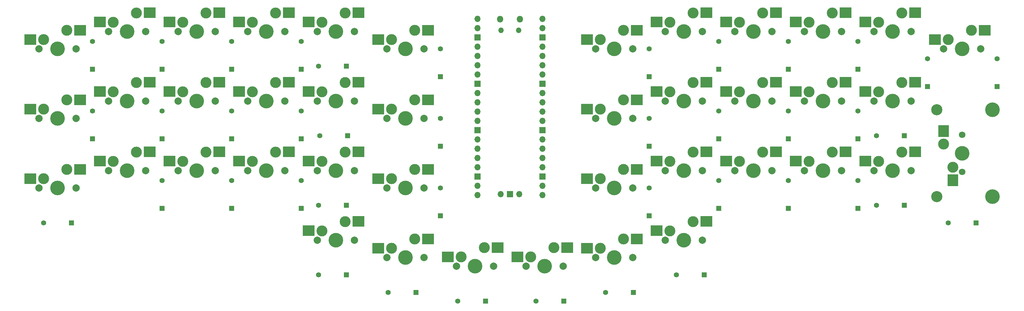
<source format=gbr>
G04 #@! TF.GenerationSoftware,KiCad,Pcbnew,8.0.4*
G04 #@! TF.CreationDate,2024-09-22T19:53:23+09:00*
G04 #@! TF.ProjectId,first_keyboard,66697273-745f-46b6-9579-626f6172642e,rev?*
G04 #@! TF.SameCoordinates,Original*
G04 #@! TF.FileFunction,Soldermask,Bot*
G04 #@! TF.FilePolarity,Negative*
%FSLAX46Y46*%
G04 Gerber Fmt 4.6, Leading zero omitted, Abs format (unit mm)*
G04 Created by KiCad (PCBNEW 8.0.4) date 2024-09-22 19:53:23*
%MOMM*%
%LPD*%
G01*
G04 APERTURE LIST*
%ADD10C,2.000000*%
%ADD11C,3.000000*%
%ADD12C,4.000000*%
%ADD13R,3.300000X3.000000*%
%ADD14C,3.050000*%
%ADD15C,1.800000*%
%ADD16R,3.000000X3.300000*%
%ADD17O,1.800000X1.800000*%
%ADD18O,1.500000X1.500000*%
%ADD19O,1.700000X1.700000*%
%ADD20R,1.700000X1.700000*%
%ADD21R,1.397000X1.397000*%
%ADD22C,1.397000*%
G04 APERTURE END LIST*
D10*
X187801300Y-188118700D03*
D11*
X189071300Y-185578700D03*
D12*
X192881300Y-188118700D03*
D11*
X195421300Y-183038700D03*
D10*
X197961300Y-188118700D03*
D13*
X185431300Y-185538700D03*
X199031300Y-182998700D03*
D10*
X225901300Y-147637500D03*
D11*
X227171300Y-145097500D03*
D12*
X230981300Y-147637500D03*
D11*
X233521300Y-142557500D03*
D10*
X236061300Y-147637500D03*
D13*
X223531300Y-145057500D03*
X237131300Y-142517500D03*
D10*
X225901300Y-185737500D03*
D11*
X227171300Y-183197500D03*
D12*
X230981300Y-185737500D03*
D11*
X233521300Y-180657500D03*
D10*
X236061300Y-185737500D03*
D13*
X223531300Y-183157500D03*
X237131300Y-180617500D03*
D10*
X149701300Y-180975000D03*
D11*
X150971300Y-178435000D03*
D12*
X154781300Y-180975000D03*
D11*
X157321300Y-175895000D03*
D10*
X159861300Y-180975000D03*
D13*
X147331300Y-178395000D03*
X160931300Y-175855000D03*
D10*
X302101300Y-161925000D03*
D11*
X303371300Y-159385000D03*
D12*
X307181300Y-161925000D03*
D11*
X309721300Y-156845000D03*
D10*
X312261300Y-161925000D03*
D13*
X299731300Y-159345000D03*
X313331300Y-156805000D03*
D10*
X225901300Y-128587500D03*
D11*
X227171300Y-126047500D03*
D12*
X230981300Y-128587500D03*
D11*
X233521300Y-123507500D03*
D10*
X236061300Y-128587500D03*
D13*
X223531300Y-126007500D03*
X237131300Y-123467500D03*
D10*
X264001300Y-142875000D03*
D11*
X265271300Y-140335000D03*
D12*
X269081300Y-142875000D03*
D11*
X271621300Y-137795000D03*
D10*
X274161300Y-142875000D03*
D13*
X261631300Y-140295000D03*
X275231300Y-137755000D03*
D10*
X73501300Y-128587500D03*
D11*
X74771300Y-126047500D03*
D12*
X78581300Y-128587500D03*
D11*
X81121300Y-123507500D03*
D10*
X83661300Y-128587500D03*
D13*
X71131300Y-126007500D03*
X84731300Y-123467500D03*
D10*
X168751300Y-128587500D03*
D11*
X170021300Y-126047500D03*
D12*
X173831300Y-128587500D03*
D11*
X176371300Y-123507500D03*
D10*
X178911300Y-128587500D03*
D13*
X166381300Y-126007500D03*
X179981300Y-123467500D03*
D10*
X111601300Y-161925000D03*
D11*
X112871300Y-159385000D03*
D12*
X116681300Y-161925000D03*
D11*
X119221300Y-156845000D03*
D10*
X121761300Y-161925000D03*
D13*
X109231300Y-159345000D03*
X122831300Y-156805000D03*
D10*
X168751300Y-147637500D03*
D11*
X170021300Y-145097500D03*
D12*
X173831300Y-147637500D03*
D11*
X176371300Y-142557500D03*
D10*
X178911300Y-147637500D03*
D13*
X166381300Y-145057500D03*
X179981300Y-142517500D03*
D10*
X244951300Y-142875000D03*
D11*
X246221300Y-140335000D03*
D12*
X250031300Y-142875000D03*
D11*
X252571300Y-137795000D03*
D10*
X255111300Y-142875000D03*
D13*
X242581300Y-140295000D03*
X256181300Y-137755000D03*
D10*
X92551300Y-123825000D03*
D11*
X93821300Y-121285000D03*
D12*
X97631300Y-123825000D03*
D11*
X100171300Y-118745000D03*
D10*
X102711300Y-123825000D03*
D13*
X90181300Y-121245000D03*
X103781300Y-118705000D03*
D10*
X283051300Y-123825000D03*
D11*
X284321300Y-121285000D03*
D12*
X288131300Y-123825000D03*
D11*
X290671300Y-118745000D03*
D10*
X293211300Y-123825000D03*
D13*
X280681300Y-121245000D03*
X294281300Y-118705000D03*
D10*
X149701300Y-123825000D03*
D11*
X150971300Y-121285000D03*
D12*
X154781300Y-123825000D03*
D11*
X157321300Y-118745000D03*
D10*
X159861300Y-123825000D03*
D13*
X147331300Y-121245000D03*
X160931300Y-118705000D03*
D10*
X244951300Y-161925000D03*
D11*
X246221300Y-159385000D03*
D12*
X250031300Y-161925000D03*
D11*
X252571300Y-156845000D03*
D10*
X255111300Y-161925000D03*
D13*
X242581300Y-159345000D03*
X256181300Y-156805000D03*
D14*
X319231300Y-169062500D03*
D12*
X334471300Y-169062500D03*
D15*
X326231300Y-162242500D03*
D11*
X323691300Y-160972500D03*
D12*
X326231300Y-157162500D03*
D11*
X321151300Y-154622500D03*
D15*
X326231300Y-152082500D03*
D14*
X319231300Y-145262500D03*
D12*
X334471300Y-145262500D03*
D16*
X323691300Y-164562500D03*
X321151300Y-151062500D03*
D10*
X283051300Y-142875000D03*
D11*
X284321300Y-140335000D03*
D12*
X288131300Y-142875000D03*
D11*
X290671300Y-137795000D03*
D10*
X293211300Y-142875000D03*
D13*
X280681300Y-140295000D03*
X294281300Y-137755000D03*
D10*
X302101300Y-123825000D03*
D11*
X303371300Y-121285000D03*
D12*
X307181300Y-123825000D03*
D11*
X309721300Y-118745000D03*
D10*
X312261300Y-123825000D03*
D13*
X299731300Y-121245000D03*
X313331300Y-118705000D03*
D10*
X321151300Y-128587500D03*
D11*
X322421300Y-126047500D03*
D12*
X326231300Y-128587500D03*
D11*
X328771300Y-123507500D03*
D10*
X331311300Y-128587500D03*
D13*
X318781300Y-126007500D03*
X332381300Y-123467500D03*
D10*
X73501300Y-166687500D03*
D11*
X74771300Y-164147500D03*
D12*
X78581300Y-166687500D03*
D11*
X81121300Y-161607500D03*
D10*
X83661300Y-166687500D03*
D13*
X71131300Y-164107500D03*
X84731300Y-161567500D03*
D10*
X73501300Y-147637500D03*
D11*
X74771300Y-145097500D03*
D12*
X78581300Y-147637500D03*
D11*
X81121300Y-142557500D03*
D10*
X83661300Y-147637500D03*
D13*
X71131300Y-145057500D03*
X84731300Y-142517500D03*
D10*
X168751300Y-185737500D03*
D11*
X170021300Y-183197500D03*
D12*
X173831300Y-185737500D03*
D11*
X176371300Y-180657500D03*
D10*
X178911300Y-185737500D03*
D13*
X166381300Y-183157500D03*
X179981300Y-180617500D03*
D10*
X111601300Y-123825000D03*
D11*
X112871300Y-121285000D03*
D12*
X116681300Y-123825000D03*
D11*
X119221300Y-118745000D03*
D10*
X121761300Y-123825000D03*
D13*
X109231300Y-121245000D03*
X122831300Y-118705000D03*
D10*
X244951300Y-123825000D03*
D11*
X246221300Y-121285000D03*
D12*
X250031300Y-123825000D03*
D11*
X252571300Y-118745000D03*
D10*
X255111300Y-123825000D03*
D13*
X242581300Y-121245000D03*
X256181300Y-118705000D03*
D10*
X92551300Y-161925000D03*
D11*
X93821300Y-159385000D03*
D12*
X97631300Y-161925000D03*
D11*
X100171300Y-156845000D03*
D10*
X102711300Y-161925000D03*
D13*
X90181300Y-159345000D03*
X103781300Y-156805000D03*
D10*
X225901300Y-166687500D03*
D11*
X227171300Y-164147500D03*
D12*
X230981300Y-166687500D03*
D11*
X233521300Y-161607500D03*
D10*
X236061300Y-166687500D03*
D13*
X223531300Y-164107500D03*
X237131300Y-161567500D03*
D10*
X302101300Y-142875000D03*
D11*
X303371300Y-140335000D03*
D12*
X307181300Y-142875000D03*
D11*
X309721300Y-137795000D03*
D10*
X312261300Y-142875000D03*
D13*
X299731300Y-140295000D03*
X313331300Y-137755000D03*
D10*
X130651300Y-142875000D03*
D11*
X131921300Y-140335000D03*
D12*
X135731300Y-142875000D03*
D11*
X138271300Y-137795000D03*
D10*
X140811300Y-142875000D03*
D13*
X128281300Y-140295000D03*
X141881300Y-137755000D03*
D10*
X283051300Y-161925000D03*
D11*
X284321300Y-159385000D03*
D12*
X288131300Y-161925000D03*
D11*
X290671300Y-156845000D03*
D10*
X293211300Y-161925000D03*
D13*
X280681300Y-159345000D03*
X294281300Y-156805000D03*
D10*
X264001300Y-161925000D03*
D11*
X265271300Y-159385000D03*
D12*
X269081300Y-161925000D03*
D11*
X271621300Y-156845000D03*
D10*
X274161300Y-161925000D03*
D13*
X261631300Y-159345000D03*
X275231300Y-156805000D03*
D10*
X130651300Y-123825000D03*
D11*
X131921300Y-121285000D03*
D12*
X135731300Y-123825000D03*
D11*
X138271300Y-118745000D03*
D10*
X140811300Y-123825000D03*
D13*
X128281300Y-121245000D03*
X141881300Y-118705000D03*
D10*
X149701300Y-161925000D03*
D11*
X150971300Y-159385000D03*
D12*
X154781300Y-161925000D03*
D11*
X157321300Y-156845000D03*
D10*
X159861300Y-161925000D03*
D13*
X147331300Y-159345000D03*
X160931300Y-156805000D03*
D10*
X206851300Y-188118700D03*
D11*
X208121300Y-185578700D03*
D12*
X211931300Y-188118700D03*
D11*
X214471300Y-183038700D03*
D10*
X217011300Y-188118700D03*
D13*
X204481300Y-185538700D03*
X218081300Y-182998700D03*
D10*
X168751300Y-166687500D03*
D11*
X170021300Y-164147500D03*
D12*
X173831300Y-166687500D03*
D11*
X176371300Y-161607500D03*
D10*
X178911300Y-166687500D03*
D13*
X166381300Y-164107500D03*
X179981300Y-161567500D03*
D10*
X130651300Y-161925000D03*
D11*
X131921300Y-159385000D03*
D12*
X135731300Y-161925000D03*
D11*
X138271300Y-156845000D03*
D10*
X140811300Y-161925000D03*
D13*
X128281300Y-159345000D03*
X141881300Y-156805000D03*
D10*
X149701300Y-142875000D03*
D11*
X150971300Y-140335000D03*
D12*
X154781300Y-142875000D03*
D11*
X157321300Y-137795000D03*
D10*
X159861300Y-142875000D03*
D13*
X147331300Y-140295000D03*
X160931300Y-137755000D03*
D17*
X199681300Y-120462500D03*
D18*
X199981300Y-123492500D03*
X204831300Y-123492500D03*
D17*
X205131300Y-120462500D03*
D19*
X193516300Y-120332500D03*
X193516300Y-122872500D03*
D20*
X193516300Y-125412500D03*
D19*
X193516300Y-127952500D03*
X193516300Y-130492500D03*
X193516300Y-133032500D03*
X193516300Y-135572500D03*
D20*
X193516300Y-138112500D03*
D19*
X193516300Y-140652500D03*
X193516300Y-143192500D03*
X193516300Y-145732500D03*
X193516300Y-148272500D03*
D20*
X193516300Y-150812500D03*
D19*
X193516300Y-153352500D03*
X193516300Y-155892500D03*
X193516300Y-158432500D03*
X193516300Y-160972500D03*
D20*
X193516300Y-163512500D03*
D19*
X193516300Y-166052500D03*
X193516300Y-168592500D03*
X211296300Y-168592500D03*
X211296300Y-166052500D03*
D20*
X211296300Y-163512500D03*
D19*
X211296300Y-160972500D03*
X211296300Y-158432500D03*
X211296300Y-155892500D03*
X211296300Y-153352500D03*
D20*
X211296300Y-150812500D03*
D19*
X211296300Y-148272500D03*
X211296300Y-145732500D03*
X211296300Y-143192500D03*
X211296300Y-140652500D03*
D20*
X211296300Y-138112500D03*
D19*
X211296300Y-135572500D03*
X211296300Y-133032500D03*
X211296300Y-130492500D03*
X211296300Y-127952500D03*
D20*
X211296300Y-125412500D03*
D19*
X211296300Y-122872500D03*
X211296300Y-120332500D03*
X199866300Y-168362500D03*
D20*
X202406300Y-168362500D03*
D19*
X204946300Y-168362500D03*
D10*
X264001300Y-123825000D03*
D11*
X265271300Y-121285000D03*
D12*
X269081300Y-123825000D03*
D11*
X271621300Y-118745000D03*
D10*
X274161300Y-123825000D03*
D13*
X261631300Y-121245000D03*
X275231300Y-118705000D03*
D10*
X92551300Y-142875000D03*
D11*
X93821300Y-140335000D03*
D12*
X97631300Y-142875000D03*
D11*
X100171300Y-137795000D03*
D10*
X102711300Y-142875000D03*
D13*
X90181300Y-140295000D03*
X103781300Y-137755000D03*
D10*
X244951300Y-180975000D03*
D11*
X246221300Y-178435000D03*
D12*
X250031300Y-180975000D03*
D11*
X252571300Y-175895000D03*
D10*
X255111300Y-180975000D03*
D13*
X242581300Y-178395000D03*
X256181300Y-175855000D03*
D10*
X111601300Y-142875000D03*
D11*
X112871300Y-140335000D03*
D12*
X116681300Y-142875000D03*
D11*
X119221300Y-137795000D03*
D10*
X121761300Y-142875000D03*
D13*
X109231300Y-140295000D03*
X122831300Y-137755000D03*
D21*
X297656300Y-153222500D03*
D22*
X297656300Y-145602500D03*
D21*
X157638800Y-190500000D03*
D22*
X150018800Y-190500000D03*
D21*
X240506300Y-136207500D03*
D22*
X240506300Y-128587500D03*
D21*
X107156300Y-172272500D03*
D22*
X107156300Y-164652500D03*
D21*
X183356300Y-136207500D03*
D22*
X183356300Y-128587500D03*
D21*
X145256300Y-172272500D03*
D22*
X145256300Y-164652500D03*
D21*
X107156300Y-134172500D03*
D22*
X107156300Y-126552500D03*
D21*
X126206300Y-153222500D03*
D22*
X126206300Y-145602500D03*
D21*
X195738800Y-197643700D03*
D22*
X188118800Y-197643700D03*
D21*
X88106300Y-153222500D03*
D22*
X88106300Y-145602500D03*
D21*
X126206300Y-134172500D03*
D22*
X126206300Y-126552500D03*
D21*
X126206300Y-172272500D03*
D22*
X126206300Y-164652500D03*
D21*
X217170000Y-197643700D03*
D22*
X209550000Y-197643700D03*
D21*
X259556300Y-172272500D03*
D22*
X259556300Y-164652500D03*
D21*
X82391300Y-176212500D03*
D22*
X74771300Y-176212500D03*
D21*
X183356300Y-174307500D03*
D22*
X183356300Y-166687500D03*
D21*
X157985000Y-152400000D03*
D22*
X150365000Y-152400000D03*
D21*
X297656300Y-172272500D03*
D22*
X297656300Y-164652500D03*
D21*
X310385000Y-152400000D03*
D22*
X302765000Y-152400000D03*
D21*
X145256300Y-153222500D03*
D22*
X145256300Y-145602500D03*
D21*
X259556300Y-153222500D03*
D22*
X259556300Y-145602500D03*
D21*
X259556300Y-134172500D03*
D22*
X259556300Y-126552500D03*
D21*
X176688800Y-195262500D03*
D22*
X169068800Y-195262500D03*
D21*
X278606300Y-153222500D03*
D22*
X278606300Y-145602500D03*
D21*
X316706300Y-138935000D03*
D22*
X316706300Y-131315000D03*
D21*
X145256300Y-134172500D03*
D22*
X145256300Y-126552500D03*
D21*
X335756300Y-138935000D03*
D22*
X335756300Y-131315000D03*
D21*
X310385000Y-171450000D03*
D22*
X302765000Y-171450000D03*
D21*
X183356300Y-155257500D03*
D22*
X183356300Y-147637500D03*
D21*
X107156300Y-153222500D03*
D22*
X107156300Y-145602500D03*
D21*
X278606300Y-134172500D03*
D22*
X278606300Y-126552500D03*
D21*
X297656300Y-134172500D03*
D22*
X297656300Y-126552500D03*
D21*
X88106300Y-134172500D03*
D22*
X88106300Y-126552500D03*
D21*
X278606300Y-172272500D03*
D22*
X278606300Y-164652500D03*
D21*
X240506300Y-174307500D03*
D22*
X240506300Y-166687500D03*
D21*
X236220000Y-195262500D03*
D22*
X228600000Y-195262500D03*
D21*
X240506300Y-155257500D03*
D22*
X240506300Y-147637500D03*
D21*
X157638800Y-133350000D03*
D22*
X150018800Y-133350000D03*
D21*
X330041300Y-176212500D03*
D22*
X322421300Y-176212500D03*
D21*
X157638800Y-171450000D03*
D22*
X150018800Y-171450000D03*
D21*
X255616300Y-190500000D03*
D22*
X247996300Y-190500000D03*
M02*

</source>
